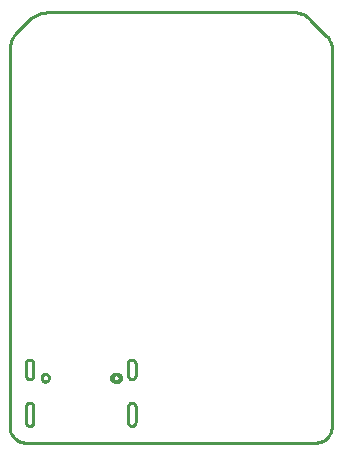
<source format=gbr>
G04 EAGLE Gerber RS-274X export*
G75*
%MOMM*%
%FSLAX34Y34*%
%LPD*%
%IN*%
%IPPOS*%
%AMOC8*
5,1,8,0,0,1.08239X$1,22.5*%
G01*
%ADD10C,0.254000*%


D10*
X4820Y12842D02*
X4820Y12842D01*
X4900Y11694D01*
X5080Y10557D01*
X5358Y9441D01*
X5733Y8353D01*
X6201Y7302D01*
X6758Y6295D01*
X7402Y5341D01*
X8126Y4447D01*
X8925Y3619D01*
X9794Y2864D01*
X10725Y2187D01*
X11711Y1595D01*
X12745Y1090D01*
X13819Y678D01*
X14925Y360D01*
X16055Y141D01*
X17199Y20D01*
X18350Y0D01*
X256200Y0D01*
X264753Y24D01*
X264753Y24D01*
X265937Y154D01*
X267104Y387D01*
X268247Y720D01*
X269357Y1152D01*
X270424Y1679D01*
X271442Y2297D01*
X272402Y3002D01*
X273297Y3787D01*
X274120Y4648D01*
X274865Y5577D01*
X275526Y6567D01*
X276098Y7611D01*
X276577Y8701D01*
X276959Y9828D01*
X277242Y10985D01*
X277423Y12162D01*
X277500Y13350D01*
X277500Y336000D01*
X277191Y337357D01*
X276764Y338681D01*
X276224Y339964D01*
X275574Y341194D01*
X274819Y342363D01*
X273965Y343462D01*
X273019Y344482D01*
X271987Y345416D01*
X270878Y346256D01*
X259019Y358115D01*
X258018Y359234D01*
X256924Y360262D01*
X255744Y361190D01*
X254488Y362012D01*
X253165Y362721D01*
X251785Y363312D01*
X250359Y363781D01*
X248898Y364123D01*
X247412Y364337D01*
X209919Y364337D01*
X69984Y364214D01*
X36140Y364211D01*
X36140Y364210D01*
X34396Y364134D01*
X32667Y363907D01*
X30963Y363529D01*
X29299Y363004D01*
X27687Y362337D01*
X26140Y361531D01*
X24668Y360594D01*
X23284Y359531D01*
X21997Y358353D01*
X10957Y347312D01*
X10957Y347312D01*
X9748Y346037D01*
X8655Y344661D01*
X7687Y343195D01*
X6849Y341650D01*
X6150Y340038D01*
X5593Y338371D01*
X5184Y336662D01*
X4926Y334924D01*
X4820Y333170D01*
X4820Y12842D01*
X90560Y54864D02*
X90572Y54589D01*
X90608Y54317D01*
X90667Y54049D01*
X90750Y53787D01*
X90855Y53533D01*
X90982Y53289D01*
X91130Y53057D01*
X91297Y52839D01*
X91483Y52637D01*
X91685Y52451D01*
X91903Y52284D01*
X92135Y52136D01*
X92379Y52009D01*
X92633Y51904D01*
X92895Y51821D01*
X93163Y51762D01*
X93435Y51726D01*
X93710Y51714D01*
X96210Y51714D01*
X96485Y51726D01*
X96757Y51762D01*
X97025Y51821D01*
X97287Y51904D01*
X97541Y52009D01*
X97785Y52136D01*
X98017Y52284D01*
X98235Y52451D01*
X98437Y52637D01*
X98623Y52839D01*
X98790Y53057D01*
X98938Y53289D01*
X99065Y53533D01*
X99170Y53787D01*
X99253Y54049D01*
X99312Y54317D01*
X99348Y54589D01*
X99360Y54864D01*
X99348Y55139D01*
X99312Y55411D01*
X99253Y55679D01*
X99170Y55941D01*
X99065Y56195D01*
X98938Y56439D01*
X98790Y56671D01*
X98623Y56889D01*
X98437Y57091D01*
X98235Y57277D01*
X98017Y57444D01*
X97785Y57592D01*
X97541Y57719D01*
X97287Y57824D01*
X97025Y57907D01*
X96757Y57966D01*
X96485Y58002D01*
X96210Y58014D01*
X93710Y58014D01*
X93435Y58002D01*
X93163Y57966D01*
X92895Y57907D01*
X92633Y57824D01*
X92379Y57719D01*
X92135Y57592D01*
X91903Y57444D01*
X91685Y57277D01*
X91483Y57091D01*
X91297Y56889D01*
X91130Y56671D01*
X90982Y56439D01*
X90855Y56195D01*
X90750Y55941D01*
X90667Y55679D01*
X90608Y55411D01*
X90572Y55139D01*
X90560Y54864D01*
X18510Y17364D02*
X18522Y17081D01*
X18559Y16800D01*
X18621Y16523D01*
X18706Y16252D01*
X18815Y15991D01*
X18945Y15739D01*
X19098Y15500D01*
X19270Y15275D01*
X19462Y15066D01*
X19671Y14874D01*
X19896Y14702D01*
X20135Y14549D01*
X20387Y14419D01*
X20648Y14310D01*
X20919Y14225D01*
X21196Y14163D01*
X21477Y14126D01*
X21760Y14114D01*
X22043Y14126D01*
X22324Y14163D01*
X22601Y14225D01*
X22872Y14310D01*
X23134Y14419D01*
X23385Y14549D01*
X23624Y14702D01*
X23849Y14874D01*
X24058Y15066D01*
X24250Y15275D01*
X24422Y15500D01*
X24575Y15739D01*
X24706Y15991D01*
X24814Y16252D01*
X24899Y16523D01*
X24961Y16800D01*
X24998Y17081D01*
X25010Y17364D01*
X25010Y30364D01*
X24998Y30647D01*
X24961Y30928D01*
X24899Y31205D01*
X24814Y31476D01*
X24706Y31738D01*
X24575Y31989D01*
X24422Y32228D01*
X24250Y32453D01*
X24058Y32662D01*
X23849Y32854D01*
X23624Y33026D01*
X23385Y33179D01*
X23134Y33310D01*
X22872Y33418D01*
X22601Y33503D01*
X22324Y33565D01*
X22043Y33602D01*
X21760Y33614D01*
X21477Y33602D01*
X21196Y33565D01*
X20919Y33503D01*
X20648Y33418D01*
X20387Y33310D01*
X20135Y33179D01*
X19896Y33026D01*
X19671Y32854D01*
X19462Y32662D01*
X19270Y32453D01*
X19098Y32228D01*
X18945Y31989D01*
X18815Y31738D01*
X18706Y31476D01*
X18621Y31205D01*
X18559Y30928D01*
X18522Y30647D01*
X18510Y30364D01*
X18510Y17364D01*
X18510Y57114D02*
X18522Y56831D01*
X18559Y56550D01*
X18621Y56273D01*
X18706Y56002D01*
X18815Y55741D01*
X18945Y55489D01*
X19098Y55250D01*
X19270Y55025D01*
X19462Y54816D01*
X19671Y54624D01*
X19896Y54452D01*
X20135Y54299D01*
X20387Y54169D01*
X20648Y54060D01*
X20919Y53975D01*
X21196Y53913D01*
X21477Y53876D01*
X21760Y53864D01*
X22043Y53876D01*
X22324Y53913D01*
X22601Y53975D01*
X22872Y54060D01*
X23134Y54169D01*
X23385Y54299D01*
X23624Y54452D01*
X23849Y54624D01*
X24058Y54816D01*
X24250Y55025D01*
X24422Y55250D01*
X24575Y55489D01*
X24706Y55741D01*
X24814Y56002D01*
X24899Y56273D01*
X24961Y56550D01*
X24998Y56831D01*
X25010Y57114D01*
X25010Y67114D01*
X24998Y67397D01*
X24961Y67678D01*
X24899Y67955D01*
X24814Y68226D01*
X24706Y68488D01*
X24575Y68739D01*
X24422Y68978D01*
X24250Y69203D01*
X24058Y69412D01*
X23849Y69604D01*
X23624Y69776D01*
X23385Y69929D01*
X23134Y70060D01*
X22872Y70168D01*
X22601Y70253D01*
X22324Y70315D01*
X22043Y70352D01*
X21760Y70364D01*
X21477Y70352D01*
X21196Y70315D01*
X20919Y70253D01*
X20648Y70168D01*
X20387Y70060D01*
X20135Y69929D01*
X19896Y69776D01*
X19671Y69604D01*
X19462Y69412D01*
X19270Y69203D01*
X19098Y68978D01*
X18945Y68739D01*
X18815Y68488D01*
X18706Y68226D01*
X18621Y67955D01*
X18559Y67678D01*
X18522Y67397D01*
X18510Y67114D01*
X18510Y57114D01*
X104910Y17364D02*
X104922Y17081D01*
X104959Y16800D01*
X105021Y16523D01*
X105106Y16252D01*
X105215Y15991D01*
X105345Y15739D01*
X105498Y15500D01*
X105670Y15275D01*
X105862Y15066D01*
X106071Y14874D01*
X106296Y14702D01*
X106535Y14549D01*
X106787Y14419D01*
X107048Y14310D01*
X107319Y14225D01*
X107596Y14163D01*
X107877Y14126D01*
X108160Y14114D01*
X108443Y14126D01*
X108724Y14163D01*
X109001Y14225D01*
X109272Y14310D01*
X109534Y14419D01*
X109785Y14549D01*
X110024Y14702D01*
X110249Y14874D01*
X110458Y15066D01*
X110650Y15275D01*
X110822Y15500D01*
X110975Y15739D01*
X111106Y15991D01*
X111214Y16252D01*
X111299Y16523D01*
X111361Y16800D01*
X111398Y17081D01*
X111410Y17364D01*
X111410Y30364D01*
X111398Y30647D01*
X111361Y30928D01*
X111299Y31205D01*
X111214Y31476D01*
X111106Y31738D01*
X110975Y31989D01*
X110822Y32228D01*
X110650Y32453D01*
X110458Y32662D01*
X110249Y32854D01*
X110024Y33026D01*
X109785Y33179D01*
X109534Y33310D01*
X109272Y33418D01*
X109001Y33503D01*
X108724Y33565D01*
X108443Y33602D01*
X108160Y33614D01*
X107877Y33602D01*
X107596Y33565D01*
X107319Y33503D01*
X107048Y33418D01*
X106787Y33310D01*
X106535Y33179D01*
X106296Y33026D01*
X106071Y32854D01*
X105862Y32662D01*
X105670Y32453D01*
X105498Y32228D01*
X105345Y31989D01*
X105215Y31738D01*
X105106Y31476D01*
X105021Y31205D01*
X104959Y30928D01*
X104922Y30647D01*
X104910Y30364D01*
X104910Y17364D01*
X104910Y57114D02*
X104922Y56831D01*
X104959Y56550D01*
X105021Y56273D01*
X105106Y56002D01*
X105215Y55741D01*
X105345Y55489D01*
X105498Y55250D01*
X105670Y55025D01*
X105862Y54816D01*
X106071Y54624D01*
X106296Y54452D01*
X106535Y54299D01*
X106787Y54169D01*
X107048Y54060D01*
X107319Y53975D01*
X107596Y53913D01*
X107877Y53876D01*
X108160Y53864D01*
X108443Y53876D01*
X108724Y53913D01*
X109001Y53975D01*
X109272Y54060D01*
X109534Y54169D01*
X109785Y54299D01*
X110024Y54452D01*
X110249Y54624D01*
X110458Y54816D01*
X110650Y55025D01*
X110822Y55250D01*
X110975Y55489D01*
X111106Y55741D01*
X111214Y56002D01*
X111299Y56273D01*
X111361Y56550D01*
X111398Y56831D01*
X111410Y57114D01*
X111410Y67114D01*
X111398Y67397D01*
X111361Y67678D01*
X111299Y67955D01*
X111214Y68226D01*
X111106Y68488D01*
X110975Y68739D01*
X110822Y68978D01*
X110650Y69203D01*
X110458Y69412D01*
X110249Y69604D01*
X110024Y69776D01*
X109785Y69929D01*
X109534Y70060D01*
X109272Y70168D01*
X109001Y70253D01*
X108724Y70315D01*
X108443Y70352D01*
X108160Y70364D01*
X107877Y70352D01*
X107596Y70315D01*
X107319Y70253D01*
X107048Y70168D01*
X106787Y70060D01*
X106535Y69929D01*
X106296Y69776D01*
X106071Y69604D01*
X105862Y69412D01*
X105670Y69203D01*
X105498Y68978D01*
X105345Y68739D01*
X105215Y68488D01*
X105106Y68226D01*
X105021Y67955D01*
X104959Y67678D01*
X104922Y67397D01*
X104910Y67114D01*
X104910Y57114D01*
X97960Y54628D02*
X97886Y54162D01*
X97740Y53712D01*
X97526Y53292D01*
X97248Y52910D01*
X96914Y52576D01*
X96532Y52298D01*
X96112Y52084D01*
X95663Y51938D01*
X95196Y51864D01*
X94724Y51864D01*
X94258Y51938D01*
X93808Y52084D01*
X93388Y52298D01*
X93006Y52576D01*
X92672Y52910D01*
X92394Y53292D01*
X92180Y53712D01*
X92034Y54162D01*
X91960Y54628D01*
X91960Y55100D01*
X92034Y55567D01*
X92180Y56016D01*
X92394Y56436D01*
X92672Y56818D01*
X93006Y57152D01*
X93388Y57430D01*
X93808Y57644D01*
X94258Y57790D01*
X94724Y57864D01*
X95196Y57864D01*
X95663Y57790D01*
X96112Y57644D01*
X96532Y57430D01*
X96914Y57152D01*
X97248Y56818D01*
X97526Y56436D01*
X97740Y56016D01*
X97886Y55567D01*
X97960Y55100D01*
X97960Y54628D01*
X98110Y54616D02*
X98032Y54126D01*
X97879Y53655D01*
X97654Y53213D01*
X97363Y52812D01*
X97012Y52461D01*
X96611Y52170D01*
X96169Y51945D01*
X95698Y51792D01*
X95208Y51714D01*
X94712Y51714D01*
X94222Y51792D01*
X93751Y51945D01*
X93309Y52170D01*
X92908Y52461D01*
X92557Y52812D01*
X92266Y53213D01*
X92041Y53655D01*
X91888Y54126D01*
X91810Y54616D01*
X91810Y55112D01*
X91888Y55602D01*
X92041Y56073D01*
X92266Y56515D01*
X92557Y56916D01*
X92908Y57267D01*
X93309Y57558D01*
X93751Y57783D01*
X94222Y57936D01*
X94712Y58014D01*
X95208Y58014D01*
X95698Y57936D01*
X96169Y57783D01*
X96611Y57558D01*
X97012Y57267D01*
X97363Y56916D01*
X97654Y56515D01*
X97879Y56073D01*
X98032Y55602D01*
X98110Y55112D01*
X98110Y54616D01*
X38110Y54616D02*
X38032Y54126D01*
X37879Y53655D01*
X37654Y53213D01*
X37363Y52812D01*
X37012Y52461D01*
X36611Y52170D01*
X36169Y51945D01*
X35698Y51792D01*
X35208Y51714D01*
X34712Y51714D01*
X34222Y51792D01*
X33751Y51945D01*
X33309Y52170D01*
X32908Y52461D01*
X32557Y52812D01*
X32266Y53213D01*
X32041Y53655D01*
X31888Y54126D01*
X31810Y54616D01*
X31810Y55112D01*
X31888Y55602D01*
X32041Y56073D01*
X32266Y56515D01*
X32557Y56916D01*
X32908Y57267D01*
X33309Y57558D01*
X33751Y57783D01*
X34222Y57936D01*
X34712Y58014D01*
X35208Y58014D01*
X35698Y57936D01*
X36169Y57783D01*
X36611Y57558D01*
X37012Y57267D01*
X37363Y56916D01*
X37654Y56515D01*
X37879Y56073D01*
X38032Y55602D01*
X38110Y55112D01*
X38110Y54616D01*
M02*

</source>
